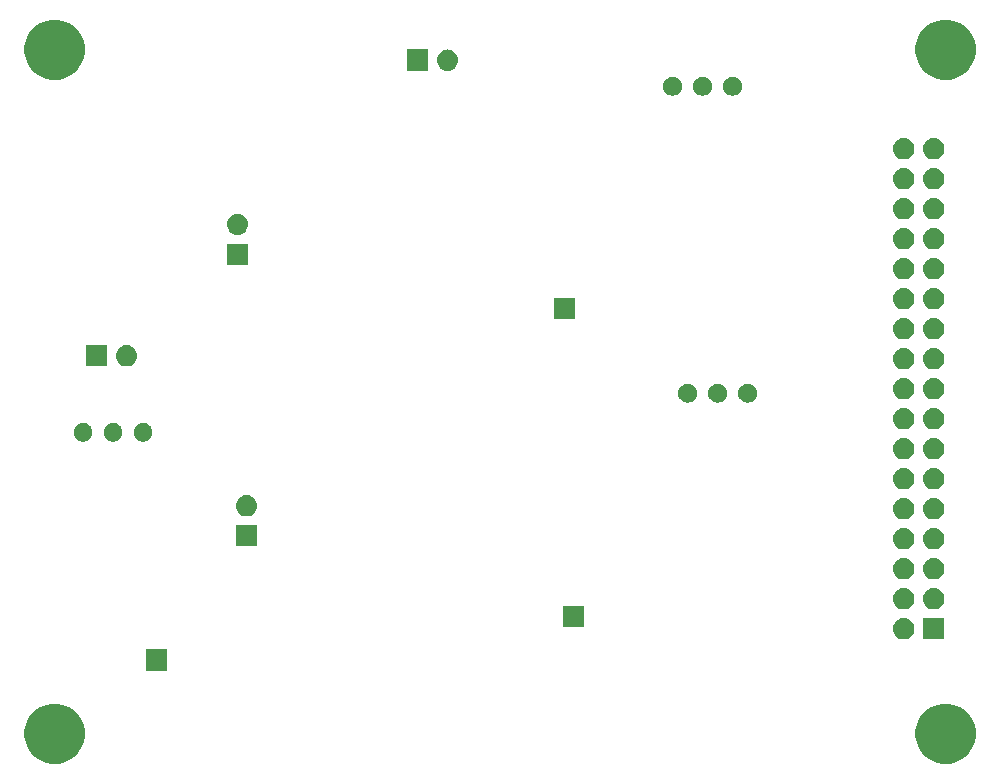
<source format=gbr>
G04 #@! TF.GenerationSoftware,KiCad,Pcbnew,5.1.4-e60b266~84~ubuntu18.04.1*
G04 #@! TF.CreationDate,2020-01-12T21:58:28+06:00*
G04 #@! TF.ProjectId,madEEGamp,6d616445-4547-4616-9d70-2e6b69636164,rev?*
G04 #@! TF.SameCoordinates,Original*
G04 #@! TF.FileFunction,Soldermask,Bot*
G04 #@! TF.FilePolarity,Negative*
%FSLAX46Y46*%
G04 Gerber Fmt 4.6, Leading zero omitted, Abs format (unit mm)*
G04 Created by KiCad (PCBNEW 5.1.4-e60b266~84~ubuntu18.04.1) date 2020-01-12 21:58:28*
%MOMM*%
%LPD*%
G04 APERTURE LIST*
%ADD10C,0.100000*%
G04 APERTURE END LIST*
D10*
G36*
X91168098Y-139025033D02*
G01*
X91632350Y-139217332D01*
X91632352Y-139217333D01*
X92050168Y-139496509D01*
X92405491Y-139851832D01*
X92684667Y-140269648D01*
X92684668Y-140269650D01*
X92876967Y-140733902D01*
X92975000Y-141226747D01*
X92975000Y-141729253D01*
X92876967Y-142222098D01*
X92684668Y-142686350D01*
X92684667Y-142686352D01*
X92405491Y-143104168D01*
X92050168Y-143459491D01*
X91632352Y-143738667D01*
X91632351Y-143738668D01*
X91632350Y-143738668D01*
X91168098Y-143930967D01*
X90675253Y-144029000D01*
X90172747Y-144029000D01*
X89679902Y-143930967D01*
X89215650Y-143738668D01*
X89215649Y-143738668D01*
X89215648Y-143738667D01*
X88797832Y-143459491D01*
X88442509Y-143104168D01*
X88163333Y-142686352D01*
X88163332Y-142686350D01*
X87971033Y-142222098D01*
X87873000Y-141729253D01*
X87873000Y-141226747D01*
X87971033Y-140733902D01*
X88163332Y-140269650D01*
X88163333Y-140269648D01*
X88442509Y-139851832D01*
X88797832Y-139496509D01*
X89215648Y-139217333D01*
X89215650Y-139217332D01*
X89679902Y-139025033D01*
X90172747Y-138927000D01*
X90675253Y-138927000D01*
X91168098Y-139025033D01*
X91168098Y-139025033D01*
G37*
G36*
X15730098Y-139025033D02*
G01*
X16194350Y-139217332D01*
X16194352Y-139217333D01*
X16612168Y-139496509D01*
X16967491Y-139851832D01*
X17246667Y-140269648D01*
X17246668Y-140269650D01*
X17438967Y-140733902D01*
X17537000Y-141226747D01*
X17537000Y-141729253D01*
X17438967Y-142222098D01*
X17246668Y-142686350D01*
X17246667Y-142686352D01*
X16967491Y-143104168D01*
X16612168Y-143459491D01*
X16194352Y-143738667D01*
X16194351Y-143738668D01*
X16194350Y-143738668D01*
X15730098Y-143930967D01*
X15237253Y-144029000D01*
X14734747Y-144029000D01*
X14241902Y-143930967D01*
X13777650Y-143738668D01*
X13777649Y-143738668D01*
X13777648Y-143738667D01*
X13359832Y-143459491D01*
X13004509Y-143104168D01*
X12725333Y-142686352D01*
X12725332Y-142686350D01*
X12533033Y-142222098D01*
X12435000Y-141729253D01*
X12435000Y-141226747D01*
X12533033Y-140733902D01*
X12725332Y-140269650D01*
X12725333Y-140269648D01*
X13004509Y-139851832D01*
X13359832Y-139496509D01*
X13777648Y-139217333D01*
X13777650Y-139217332D01*
X14241902Y-139025033D01*
X14734747Y-138927000D01*
X15237253Y-138927000D01*
X15730098Y-139025033D01*
X15730098Y-139025033D01*
G37*
G36*
X24523000Y-136156000D02*
G01*
X22721000Y-136156000D01*
X22721000Y-134354000D01*
X24523000Y-134354000D01*
X24523000Y-136156000D01*
X24523000Y-136156000D01*
G37*
G36*
X87047294Y-131686633D02*
G01*
X87219695Y-131738931D01*
X87378583Y-131823858D01*
X87517849Y-131938151D01*
X87632142Y-132077417D01*
X87717069Y-132236305D01*
X87769367Y-132408706D01*
X87787025Y-132588000D01*
X87769367Y-132767294D01*
X87717069Y-132939695D01*
X87632142Y-133098583D01*
X87517849Y-133237849D01*
X87378583Y-133352142D01*
X87219695Y-133437069D01*
X87047294Y-133489367D01*
X86912931Y-133502600D01*
X86823069Y-133502600D01*
X86688706Y-133489367D01*
X86516305Y-133437069D01*
X86357417Y-133352142D01*
X86218151Y-133237849D01*
X86103858Y-133098583D01*
X86018931Y-132939695D01*
X85966633Y-132767294D01*
X85948975Y-132588000D01*
X85966633Y-132408706D01*
X86018931Y-132236305D01*
X86103858Y-132077417D01*
X86218151Y-131938151D01*
X86357417Y-131823858D01*
X86516305Y-131738931D01*
X86688706Y-131686633D01*
X86823069Y-131673400D01*
X86912931Y-131673400D01*
X87047294Y-131686633D01*
X87047294Y-131686633D01*
G37*
G36*
X90322600Y-133502600D02*
G01*
X88493400Y-133502600D01*
X88493400Y-131673400D01*
X90322600Y-131673400D01*
X90322600Y-133502600D01*
X90322600Y-133502600D01*
G37*
G36*
X59829000Y-132473000D02*
G01*
X58027000Y-132473000D01*
X58027000Y-130671000D01*
X59829000Y-130671000D01*
X59829000Y-132473000D01*
X59829000Y-132473000D01*
G37*
G36*
X87047294Y-129146633D02*
G01*
X87219695Y-129198931D01*
X87378583Y-129283858D01*
X87517849Y-129398151D01*
X87632142Y-129537417D01*
X87717069Y-129696305D01*
X87769367Y-129868706D01*
X87787025Y-130048000D01*
X87769367Y-130227294D01*
X87717069Y-130399695D01*
X87632142Y-130558583D01*
X87517849Y-130697849D01*
X87378583Y-130812142D01*
X87219695Y-130897069D01*
X87047294Y-130949367D01*
X86912931Y-130962600D01*
X86823069Y-130962600D01*
X86688706Y-130949367D01*
X86516305Y-130897069D01*
X86357417Y-130812142D01*
X86218151Y-130697849D01*
X86103858Y-130558583D01*
X86018931Y-130399695D01*
X85966633Y-130227294D01*
X85948975Y-130048000D01*
X85966633Y-129868706D01*
X86018931Y-129696305D01*
X86103858Y-129537417D01*
X86218151Y-129398151D01*
X86357417Y-129283858D01*
X86516305Y-129198931D01*
X86688706Y-129146633D01*
X86823069Y-129133400D01*
X86912931Y-129133400D01*
X87047294Y-129146633D01*
X87047294Y-129146633D01*
G37*
G36*
X89587294Y-129146633D02*
G01*
X89759695Y-129198931D01*
X89918583Y-129283858D01*
X90057849Y-129398151D01*
X90172142Y-129537417D01*
X90257069Y-129696305D01*
X90309367Y-129868706D01*
X90327025Y-130048000D01*
X90309367Y-130227294D01*
X90257069Y-130399695D01*
X90172142Y-130558583D01*
X90057849Y-130697849D01*
X89918583Y-130812142D01*
X89759695Y-130897069D01*
X89587294Y-130949367D01*
X89452931Y-130962600D01*
X89363069Y-130962600D01*
X89228706Y-130949367D01*
X89056305Y-130897069D01*
X88897417Y-130812142D01*
X88758151Y-130697849D01*
X88643858Y-130558583D01*
X88558931Y-130399695D01*
X88506633Y-130227294D01*
X88488975Y-130048000D01*
X88506633Y-129868706D01*
X88558931Y-129696305D01*
X88643858Y-129537417D01*
X88758151Y-129398151D01*
X88897417Y-129283858D01*
X89056305Y-129198931D01*
X89228706Y-129146633D01*
X89363069Y-129133400D01*
X89452931Y-129133400D01*
X89587294Y-129146633D01*
X89587294Y-129146633D01*
G37*
G36*
X87047294Y-126606633D02*
G01*
X87219695Y-126658931D01*
X87378583Y-126743858D01*
X87517849Y-126858151D01*
X87632142Y-126997417D01*
X87717069Y-127156305D01*
X87769367Y-127328706D01*
X87787025Y-127508000D01*
X87769367Y-127687294D01*
X87717069Y-127859695D01*
X87632142Y-128018583D01*
X87517849Y-128157849D01*
X87378583Y-128272142D01*
X87219695Y-128357069D01*
X87047294Y-128409367D01*
X86912931Y-128422600D01*
X86823069Y-128422600D01*
X86688706Y-128409367D01*
X86516305Y-128357069D01*
X86357417Y-128272142D01*
X86218151Y-128157849D01*
X86103858Y-128018583D01*
X86018931Y-127859695D01*
X85966633Y-127687294D01*
X85948975Y-127508000D01*
X85966633Y-127328706D01*
X86018931Y-127156305D01*
X86103858Y-126997417D01*
X86218151Y-126858151D01*
X86357417Y-126743858D01*
X86516305Y-126658931D01*
X86688706Y-126606633D01*
X86823069Y-126593400D01*
X86912931Y-126593400D01*
X87047294Y-126606633D01*
X87047294Y-126606633D01*
G37*
G36*
X89587294Y-126606633D02*
G01*
X89759695Y-126658931D01*
X89918583Y-126743858D01*
X90057849Y-126858151D01*
X90172142Y-126997417D01*
X90257069Y-127156305D01*
X90309367Y-127328706D01*
X90327025Y-127508000D01*
X90309367Y-127687294D01*
X90257069Y-127859695D01*
X90172142Y-128018583D01*
X90057849Y-128157849D01*
X89918583Y-128272142D01*
X89759695Y-128357069D01*
X89587294Y-128409367D01*
X89452931Y-128422600D01*
X89363069Y-128422600D01*
X89228706Y-128409367D01*
X89056305Y-128357069D01*
X88897417Y-128272142D01*
X88758151Y-128157849D01*
X88643858Y-128018583D01*
X88558931Y-127859695D01*
X88506633Y-127687294D01*
X88488975Y-127508000D01*
X88506633Y-127328706D01*
X88558931Y-127156305D01*
X88643858Y-126997417D01*
X88758151Y-126858151D01*
X88897417Y-126743858D01*
X89056305Y-126658931D01*
X89228706Y-126606633D01*
X89363069Y-126593400D01*
X89452931Y-126593400D01*
X89587294Y-126606633D01*
X89587294Y-126606633D01*
G37*
G36*
X87047294Y-124066633D02*
G01*
X87219695Y-124118931D01*
X87378583Y-124203858D01*
X87517849Y-124318151D01*
X87632142Y-124457417D01*
X87717069Y-124616305D01*
X87769367Y-124788706D01*
X87787025Y-124968000D01*
X87769367Y-125147294D01*
X87717069Y-125319695D01*
X87632142Y-125478583D01*
X87517849Y-125617849D01*
X87378583Y-125732142D01*
X87219695Y-125817069D01*
X87047294Y-125869367D01*
X86912931Y-125882600D01*
X86823069Y-125882600D01*
X86688706Y-125869367D01*
X86516305Y-125817069D01*
X86357417Y-125732142D01*
X86218151Y-125617849D01*
X86103858Y-125478583D01*
X86018931Y-125319695D01*
X85966633Y-125147294D01*
X85948975Y-124968000D01*
X85966633Y-124788706D01*
X86018931Y-124616305D01*
X86103858Y-124457417D01*
X86218151Y-124318151D01*
X86357417Y-124203858D01*
X86516305Y-124118931D01*
X86688706Y-124066633D01*
X86823069Y-124053400D01*
X86912931Y-124053400D01*
X87047294Y-124066633D01*
X87047294Y-124066633D01*
G37*
G36*
X89587294Y-124066633D02*
G01*
X89759695Y-124118931D01*
X89918583Y-124203858D01*
X90057849Y-124318151D01*
X90172142Y-124457417D01*
X90257069Y-124616305D01*
X90309367Y-124788706D01*
X90327025Y-124968000D01*
X90309367Y-125147294D01*
X90257069Y-125319695D01*
X90172142Y-125478583D01*
X90057849Y-125617849D01*
X89918583Y-125732142D01*
X89759695Y-125817069D01*
X89587294Y-125869367D01*
X89452931Y-125882600D01*
X89363069Y-125882600D01*
X89228706Y-125869367D01*
X89056305Y-125817069D01*
X88897417Y-125732142D01*
X88758151Y-125617849D01*
X88643858Y-125478583D01*
X88558931Y-125319695D01*
X88506633Y-125147294D01*
X88488975Y-124968000D01*
X88506633Y-124788706D01*
X88558931Y-124616305D01*
X88643858Y-124457417D01*
X88758151Y-124318151D01*
X88897417Y-124203858D01*
X89056305Y-124118931D01*
X89228706Y-124066633D01*
X89363069Y-124053400D01*
X89452931Y-124053400D01*
X89587294Y-124066633D01*
X89587294Y-124066633D01*
G37*
G36*
X32143000Y-125615000D02*
G01*
X30341000Y-125615000D01*
X30341000Y-123813000D01*
X32143000Y-123813000D01*
X32143000Y-125615000D01*
X32143000Y-125615000D01*
G37*
G36*
X87047294Y-121526633D02*
G01*
X87219695Y-121578931D01*
X87378583Y-121663858D01*
X87517849Y-121778151D01*
X87632142Y-121917417D01*
X87717069Y-122076305D01*
X87769367Y-122248706D01*
X87787025Y-122428000D01*
X87769367Y-122607294D01*
X87717069Y-122779695D01*
X87632142Y-122938583D01*
X87517849Y-123077849D01*
X87378583Y-123192142D01*
X87219695Y-123277069D01*
X87047294Y-123329367D01*
X86912931Y-123342600D01*
X86823069Y-123342600D01*
X86688706Y-123329367D01*
X86516305Y-123277069D01*
X86357417Y-123192142D01*
X86218151Y-123077849D01*
X86103858Y-122938583D01*
X86018931Y-122779695D01*
X85966633Y-122607294D01*
X85948975Y-122428000D01*
X85966633Y-122248706D01*
X86018931Y-122076305D01*
X86103858Y-121917417D01*
X86218151Y-121778151D01*
X86357417Y-121663858D01*
X86516305Y-121578931D01*
X86688706Y-121526633D01*
X86823069Y-121513400D01*
X86912931Y-121513400D01*
X87047294Y-121526633D01*
X87047294Y-121526633D01*
G37*
G36*
X89587294Y-121526633D02*
G01*
X89759695Y-121578931D01*
X89918583Y-121663858D01*
X90057849Y-121778151D01*
X90172142Y-121917417D01*
X90257069Y-122076305D01*
X90309367Y-122248706D01*
X90327025Y-122428000D01*
X90309367Y-122607294D01*
X90257069Y-122779695D01*
X90172142Y-122938583D01*
X90057849Y-123077849D01*
X89918583Y-123192142D01*
X89759695Y-123277069D01*
X89587294Y-123329367D01*
X89452931Y-123342600D01*
X89363069Y-123342600D01*
X89228706Y-123329367D01*
X89056305Y-123277069D01*
X88897417Y-123192142D01*
X88758151Y-123077849D01*
X88643858Y-122938583D01*
X88558931Y-122779695D01*
X88506633Y-122607294D01*
X88488975Y-122428000D01*
X88506633Y-122248706D01*
X88558931Y-122076305D01*
X88643858Y-121917417D01*
X88758151Y-121778151D01*
X88897417Y-121663858D01*
X89056305Y-121578931D01*
X89228706Y-121526633D01*
X89363069Y-121513400D01*
X89452931Y-121513400D01*
X89587294Y-121526633D01*
X89587294Y-121526633D01*
G37*
G36*
X31352442Y-121279518D02*
G01*
X31418627Y-121286037D01*
X31588466Y-121337557D01*
X31744991Y-121421222D01*
X31780729Y-121450552D01*
X31882186Y-121533814D01*
X31965448Y-121635271D01*
X31994778Y-121671009D01*
X32078443Y-121827534D01*
X32129963Y-121997373D01*
X32147359Y-122174000D01*
X32129963Y-122350627D01*
X32078443Y-122520466D01*
X31994778Y-122676991D01*
X31965448Y-122712729D01*
X31882186Y-122814186D01*
X31780729Y-122897448D01*
X31744991Y-122926778D01*
X31588466Y-123010443D01*
X31418627Y-123061963D01*
X31352442Y-123068482D01*
X31286260Y-123075000D01*
X31197740Y-123075000D01*
X31131558Y-123068482D01*
X31065373Y-123061963D01*
X30895534Y-123010443D01*
X30739009Y-122926778D01*
X30703271Y-122897448D01*
X30601814Y-122814186D01*
X30518552Y-122712729D01*
X30489222Y-122676991D01*
X30405557Y-122520466D01*
X30354037Y-122350627D01*
X30336641Y-122174000D01*
X30354037Y-121997373D01*
X30405557Y-121827534D01*
X30489222Y-121671009D01*
X30518552Y-121635271D01*
X30601814Y-121533814D01*
X30703271Y-121450552D01*
X30739009Y-121421222D01*
X30895534Y-121337557D01*
X31065373Y-121286037D01*
X31131558Y-121279518D01*
X31197740Y-121273000D01*
X31286260Y-121273000D01*
X31352442Y-121279518D01*
X31352442Y-121279518D01*
G37*
G36*
X89587294Y-118986633D02*
G01*
X89759695Y-119038931D01*
X89918583Y-119123858D01*
X90057849Y-119238151D01*
X90172142Y-119377417D01*
X90257069Y-119536305D01*
X90309367Y-119708706D01*
X90327025Y-119888000D01*
X90309367Y-120067294D01*
X90257069Y-120239695D01*
X90172142Y-120398583D01*
X90057849Y-120537849D01*
X89918583Y-120652142D01*
X89759695Y-120737069D01*
X89587294Y-120789367D01*
X89452931Y-120802600D01*
X89363069Y-120802600D01*
X89228706Y-120789367D01*
X89056305Y-120737069D01*
X88897417Y-120652142D01*
X88758151Y-120537849D01*
X88643858Y-120398583D01*
X88558931Y-120239695D01*
X88506633Y-120067294D01*
X88488975Y-119888000D01*
X88506633Y-119708706D01*
X88558931Y-119536305D01*
X88643858Y-119377417D01*
X88758151Y-119238151D01*
X88897417Y-119123858D01*
X89056305Y-119038931D01*
X89228706Y-118986633D01*
X89363069Y-118973400D01*
X89452931Y-118973400D01*
X89587294Y-118986633D01*
X89587294Y-118986633D01*
G37*
G36*
X87047294Y-118986633D02*
G01*
X87219695Y-119038931D01*
X87378583Y-119123858D01*
X87517849Y-119238151D01*
X87632142Y-119377417D01*
X87717069Y-119536305D01*
X87769367Y-119708706D01*
X87787025Y-119888000D01*
X87769367Y-120067294D01*
X87717069Y-120239695D01*
X87632142Y-120398583D01*
X87517849Y-120537849D01*
X87378583Y-120652142D01*
X87219695Y-120737069D01*
X87047294Y-120789367D01*
X86912931Y-120802600D01*
X86823069Y-120802600D01*
X86688706Y-120789367D01*
X86516305Y-120737069D01*
X86357417Y-120652142D01*
X86218151Y-120537849D01*
X86103858Y-120398583D01*
X86018931Y-120239695D01*
X85966633Y-120067294D01*
X85948975Y-119888000D01*
X85966633Y-119708706D01*
X86018931Y-119536305D01*
X86103858Y-119377417D01*
X86218151Y-119238151D01*
X86357417Y-119123858D01*
X86516305Y-119038931D01*
X86688706Y-118986633D01*
X86823069Y-118973400D01*
X86912931Y-118973400D01*
X87047294Y-118986633D01*
X87047294Y-118986633D01*
G37*
G36*
X89587294Y-116446633D02*
G01*
X89759695Y-116498931D01*
X89918583Y-116583858D01*
X90057849Y-116698151D01*
X90172142Y-116837417D01*
X90257069Y-116996305D01*
X90309367Y-117168706D01*
X90327025Y-117348000D01*
X90309367Y-117527294D01*
X90257069Y-117699695D01*
X90172142Y-117858583D01*
X90057849Y-117997849D01*
X89918583Y-118112142D01*
X89759695Y-118197069D01*
X89587294Y-118249367D01*
X89452931Y-118262600D01*
X89363069Y-118262600D01*
X89228706Y-118249367D01*
X89056305Y-118197069D01*
X88897417Y-118112142D01*
X88758151Y-117997849D01*
X88643858Y-117858583D01*
X88558931Y-117699695D01*
X88506633Y-117527294D01*
X88488975Y-117348000D01*
X88506633Y-117168706D01*
X88558931Y-116996305D01*
X88643858Y-116837417D01*
X88758151Y-116698151D01*
X88897417Y-116583858D01*
X89056305Y-116498931D01*
X89228706Y-116446633D01*
X89363069Y-116433400D01*
X89452931Y-116433400D01*
X89587294Y-116446633D01*
X89587294Y-116446633D01*
G37*
G36*
X87047294Y-116446633D02*
G01*
X87219695Y-116498931D01*
X87378583Y-116583858D01*
X87517849Y-116698151D01*
X87632142Y-116837417D01*
X87717069Y-116996305D01*
X87769367Y-117168706D01*
X87787025Y-117348000D01*
X87769367Y-117527294D01*
X87717069Y-117699695D01*
X87632142Y-117858583D01*
X87517849Y-117997849D01*
X87378583Y-118112142D01*
X87219695Y-118197069D01*
X87047294Y-118249367D01*
X86912931Y-118262600D01*
X86823069Y-118262600D01*
X86688706Y-118249367D01*
X86516305Y-118197069D01*
X86357417Y-118112142D01*
X86218151Y-117997849D01*
X86103858Y-117858583D01*
X86018931Y-117699695D01*
X85966633Y-117527294D01*
X85948975Y-117348000D01*
X85966633Y-117168706D01*
X86018931Y-116996305D01*
X86103858Y-116837417D01*
X86218151Y-116698151D01*
X86357417Y-116583858D01*
X86516305Y-116498931D01*
X86688706Y-116446633D01*
X86823069Y-116433400D01*
X86912931Y-116433400D01*
X87047294Y-116446633D01*
X87047294Y-116446633D01*
G37*
G36*
X22712642Y-115180781D02*
G01*
X22858414Y-115241162D01*
X22858416Y-115241163D01*
X22989608Y-115328822D01*
X23101178Y-115440392D01*
X23112842Y-115457849D01*
X23188838Y-115571586D01*
X23249219Y-115717358D01*
X23280000Y-115872107D01*
X23280000Y-116029893D01*
X23249219Y-116184642D01*
X23188838Y-116330414D01*
X23188837Y-116330416D01*
X23101178Y-116461608D01*
X22989608Y-116573178D01*
X22858416Y-116660837D01*
X22858415Y-116660838D01*
X22858414Y-116660838D01*
X22712642Y-116721219D01*
X22557893Y-116752000D01*
X22400107Y-116752000D01*
X22245358Y-116721219D01*
X22099586Y-116660838D01*
X22099585Y-116660838D01*
X22099584Y-116660837D01*
X21968392Y-116573178D01*
X21856822Y-116461608D01*
X21769163Y-116330416D01*
X21769162Y-116330414D01*
X21708781Y-116184642D01*
X21678000Y-116029893D01*
X21678000Y-115872107D01*
X21708781Y-115717358D01*
X21769162Y-115571586D01*
X21845158Y-115457849D01*
X21856822Y-115440392D01*
X21968392Y-115328822D01*
X22099584Y-115241163D01*
X22099586Y-115241162D01*
X22245358Y-115180781D01*
X22400107Y-115150000D01*
X22557893Y-115150000D01*
X22712642Y-115180781D01*
X22712642Y-115180781D01*
G37*
G36*
X20172642Y-115180781D02*
G01*
X20318414Y-115241162D01*
X20318416Y-115241163D01*
X20449608Y-115328822D01*
X20561178Y-115440392D01*
X20572842Y-115457849D01*
X20648838Y-115571586D01*
X20709219Y-115717358D01*
X20740000Y-115872107D01*
X20740000Y-116029893D01*
X20709219Y-116184642D01*
X20648838Y-116330414D01*
X20648837Y-116330416D01*
X20561178Y-116461608D01*
X20449608Y-116573178D01*
X20318416Y-116660837D01*
X20318415Y-116660838D01*
X20318414Y-116660838D01*
X20172642Y-116721219D01*
X20017893Y-116752000D01*
X19860107Y-116752000D01*
X19705358Y-116721219D01*
X19559586Y-116660838D01*
X19559585Y-116660838D01*
X19559584Y-116660837D01*
X19428392Y-116573178D01*
X19316822Y-116461608D01*
X19229163Y-116330416D01*
X19229162Y-116330414D01*
X19168781Y-116184642D01*
X19138000Y-116029893D01*
X19138000Y-115872107D01*
X19168781Y-115717358D01*
X19229162Y-115571586D01*
X19305158Y-115457849D01*
X19316822Y-115440392D01*
X19428392Y-115328822D01*
X19559584Y-115241163D01*
X19559586Y-115241162D01*
X19705358Y-115180781D01*
X19860107Y-115150000D01*
X20017893Y-115150000D01*
X20172642Y-115180781D01*
X20172642Y-115180781D01*
G37*
G36*
X17632642Y-115180781D02*
G01*
X17778414Y-115241162D01*
X17778416Y-115241163D01*
X17909608Y-115328822D01*
X18021178Y-115440392D01*
X18032842Y-115457849D01*
X18108838Y-115571586D01*
X18169219Y-115717358D01*
X18200000Y-115872107D01*
X18200000Y-116029893D01*
X18169219Y-116184642D01*
X18108838Y-116330414D01*
X18108837Y-116330416D01*
X18021178Y-116461608D01*
X17909608Y-116573178D01*
X17778416Y-116660837D01*
X17778415Y-116660838D01*
X17778414Y-116660838D01*
X17632642Y-116721219D01*
X17477893Y-116752000D01*
X17320107Y-116752000D01*
X17165358Y-116721219D01*
X17019586Y-116660838D01*
X17019585Y-116660838D01*
X17019584Y-116660837D01*
X16888392Y-116573178D01*
X16776822Y-116461608D01*
X16689163Y-116330416D01*
X16689162Y-116330414D01*
X16628781Y-116184642D01*
X16598000Y-116029893D01*
X16598000Y-115872107D01*
X16628781Y-115717358D01*
X16689162Y-115571586D01*
X16765158Y-115457849D01*
X16776822Y-115440392D01*
X16888392Y-115328822D01*
X17019584Y-115241163D01*
X17019586Y-115241162D01*
X17165358Y-115180781D01*
X17320107Y-115150000D01*
X17477893Y-115150000D01*
X17632642Y-115180781D01*
X17632642Y-115180781D01*
G37*
G36*
X89587294Y-113906633D02*
G01*
X89759695Y-113958931D01*
X89918583Y-114043858D01*
X90057849Y-114158151D01*
X90172142Y-114297417D01*
X90257069Y-114456305D01*
X90309367Y-114628706D01*
X90327025Y-114808000D01*
X90309367Y-114987294D01*
X90257069Y-115159695D01*
X90172142Y-115318583D01*
X90057849Y-115457849D01*
X89918583Y-115572142D01*
X89759695Y-115657069D01*
X89587294Y-115709367D01*
X89452931Y-115722600D01*
X89363069Y-115722600D01*
X89228706Y-115709367D01*
X89056305Y-115657069D01*
X88897417Y-115572142D01*
X88758151Y-115457849D01*
X88643858Y-115318583D01*
X88558931Y-115159695D01*
X88506633Y-114987294D01*
X88488975Y-114808000D01*
X88506633Y-114628706D01*
X88558931Y-114456305D01*
X88643858Y-114297417D01*
X88758151Y-114158151D01*
X88897417Y-114043858D01*
X89056305Y-113958931D01*
X89228706Y-113906633D01*
X89363069Y-113893400D01*
X89452931Y-113893400D01*
X89587294Y-113906633D01*
X89587294Y-113906633D01*
G37*
G36*
X87047294Y-113906633D02*
G01*
X87219695Y-113958931D01*
X87378583Y-114043858D01*
X87517849Y-114158151D01*
X87632142Y-114297417D01*
X87717069Y-114456305D01*
X87769367Y-114628706D01*
X87787025Y-114808000D01*
X87769367Y-114987294D01*
X87717069Y-115159695D01*
X87632142Y-115318583D01*
X87517849Y-115457849D01*
X87378583Y-115572142D01*
X87219695Y-115657069D01*
X87047294Y-115709367D01*
X86912931Y-115722600D01*
X86823069Y-115722600D01*
X86688706Y-115709367D01*
X86516305Y-115657069D01*
X86357417Y-115572142D01*
X86218151Y-115457849D01*
X86103858Y-115318583D01*
X86018931Y-115159695D01*
X85966633Y-114987294D01*
X85948975Y-114808000D01*
X85966633Y-114628706D01*
X86018931Y-114456305D01*
X86103858Y-114297417D01*
X86218151Y-114158151D01*
X86357417Y-114043858D01*
X86516305Y-113958931D01*
X86688706Y-113906633D01*
X86823069Y-113893400D01*
X86912931Y-113893400D01*
X87047294Y-113906633D01*
X87047294Y-113906633D01*
G37*
G36*
X73893642Y-111878781D02*
G01*
X74039414Y-111939162D01*
X74039416Y-111939163D01*
X74170608Y-112026822D01*
X74282178Y-112138392D01*
X74369837Y-112269584D01*
X74369838Y-112269586D01*
X74430219Y-112415358D01*
X74461000Y-112570107D01*
X74461000Y-112727893D01*
X74430219Y-112882642D01*
X74369838Y-113028414D01*
X74369837Y-113028416D01*
X74282178Y-113159608D01*
X74170608Y-113271178D01*
X74039416Y-113358837D01*
X74039415Y-113358838D01*
X74039414Y-113358838D01*
X73893642Y-113419219D01*
X73738893Y-113450000D01*
X73581107Y-113450000D01*
X73426358Y-113419219D01*
X73280586Y-113358838D01*
X73280585Y-113358838D01*
X73280584Y-113358837D01*
X73149392Y-113271178D01*
X73037822Y-113159608D01*
X72950163Y-113028416D01*
X72950162Y-113028414D01*
X72889781Y-112882642D01*
X72859000Y-112727893D01*
X72859000Y-112570107D01*
X72889781Y-112415358D01*
X72950162Y-112269586D01*
X72950163Y-112269584D01*
X73037822Y-112138392D01*
X73149392Y-112026822D01*
X73280584Y-111939163D01*
X73280586Y-111939162D01*
X73426358Y-111878781D01*
X73581107Y-111848000D01*
X73738893Y-111848000D01*
X73893642Y-111878781D01*
X73893642Y-111878781D01*
G37*
G36*
X71353642Y-111878781D02*
G01*
X71499414Y-111939162D01*
X71499416Y-111939163D01*
X71630608Y-112026822D01*
X71742178Y-112138392D01*
X71829837Y-112269584D01*
X71829838Y-112269586D01*
X71890219Y-112415358D01*
X71921000Y-112570107D01*
X71921000Y-112727893D01*
X71890219Y-112882642D01*
X71829838Y-113028414D01*
X71829837Y-113028416D01*
X71742178Y-113159608D01*
X71630608Y-113271178D01*
X71499416Y-113358837D01*
X71499415Y-113358838D01*
X71499414Y-113358838D01*
X71353642Y-113419219D01*
X71198893Y-113450000D01*
X71041107Y-113450000D01*
X70886358Y-113419219D01*
X70740586Y-113358838D01*
X70740585Y-113358838D01*
X70740584Y-113358837D01*
X70609392Y-113271178D01*
X70497822Y-113159608D01*
X70410163Y-113028416D01*
X70410162Y-113028414D01*
X70349781Y-112882642D01*
X70319000Y-112727893D01*
X70319000Y-112570107D01*
X70349781Y-112415358D01*
X70410162Y-112269586D01*
X70410163Y-112269584D01*
X70497822Y-112138392D01*
X70609392Y-112026822D01*
X70740584Y-111939163D01*
X70740586Y-111939162D01*
X70886358Y-111878781D01*
X71041107Y-111848000D01*
X71198893Y-111848000D01*
X71353642Y-111878781D01*
X71353642Y-111878781D01*
G37*
G36*
X68813642Y-111878781D02*
G01*
X68959414Y-111939162D01*
X68959416Y-111939163D01*
X69090608Y-112026822D01*
X69202178Y-112138392D01*
X69289837Y-112269584D01*
X69289838Y-112269586D01*
X69350219Y-112415358D01*
X69381000Y-112570107D01*
X69381000Y-112727893D01*
X69350219Y-112882642D01*
X69289838Y-113028414D01*
X69289837Y-113028416D01*
X69202178Y-113159608D01*
X69090608Y-113271178D01*
X68959416Y-113358837D01*
X68959415Y-113358838D01*
X68959414Y-113358838D01*
X68813642Y-113419219D01*
X68658893Y-113450000D01*
X68501107Y-113450000D01*
X68346358Y-113419219D01*
X68200586Y-113358838D01*
X68200585Y-113358838D01*
X68200584Y-113358837D01*
X68069392Y-113271178D01*
X67957822Y-113159608D01*
X67870163Y-113028416D01*
X67870162Y-113028414D01*
X67809781Y-112882642D01*
X67779000Y-112727893D01*
X67779000Y-112570107D01*
X67809781Y-112415358D01*
X67870162Y-112269586D01*
X67870163Y-112269584D01*
X67957822Y-112138392D01*
X68069392Y-112026822D01*
X68200584Y-111939163D01*
X68200586Y-111939162D01*
X68346358Y-111878781D01*
X68501107Y-111848000D01*
X68658893Y-111848000D01*
X68813642Y-111878781D01*
X68813642Y-111878781D01*
G37*
G36*
X87047294Y-111366633D02*
G01*
X87219695Y-111418931D01*
X87378583Y-111503858D01*
X87517849Y-111618151D01*
X87632142Y-111757417D01*
X87717069Y-111916305D01*
X87769367Y-112088706D01*
X87787025Y-112268000D01*
X87769367Y-112447294D01*
X87717069Y-112619695D01*
X87632142Y-112778583D01*
X87517849Y-112917849D01*
X87378583Y-113032142D01*
X87219695Y-113117069D01*
X87047294Y-113169367D01*
X86912931Y-113182600D01*
X86823069Y-113182600D01*
X86688706Y-113169367D01*
X86516305Y-113117069D01*
X86357417Y-113032142D01*
X86218151Y-112917849D01*
X86103858Y-112778583D01*
X86018931Y-112619695D01*
X85966633Y-112447294D01*
X85948975Y-112268000D01*
X85966633Y-112088706D01*
X86018931Y-111916305D01*
X86103858Y-111757417D01*
X86218151Y-111618151D01*
X86357417Y-111503858D01*
X86516305Y-111418931D01*
X86688706Y-111366633D01*
X86823069Y-111353400D01*
X86912931Y-111353400D01*
X87047294Y-111366633D01*
X87047294Y-111366633D01*
G37*
G36*
X89587294Y-111366633D02*
G01*
X89759695Y-111418931D01*
X89918583Y-111503858D01*
X90057849Y-111618151D01*
X90172142Y-111757417D01*
X90257069Y-111916305D01*
X90309367Y-112088706D01*
X90327025Y-112268000D01*
X90309367Y-112447294D01*
X90257069Y-112619695D01*
X90172142Y-112778583D01*
X90057849Y-112917849D01*
X89918583Y-113032142D01*
X89759695Y-113117069D01*
X89587294Y-113169367D01*
X89452931Y-113182600D01*
X89363069Y-113182600D01*
X89228706Y-113169367D01*
X89056305Y-113117069D01*
X88897417Y-113032142D01*
X88758151Y-112917849D01*
X88643858Y-112778583D01*
X88558931Y-112619695D01*
X88506633Y-112447294D01*
X88488975Y-112268000D01*
X88506633Y-112088706D01*
X88558931Y-111916305D01*
X88643858Y-111757417D01*
X88758151Y-111618151D01*
X88897417Y-111503858D01*
X89056305Y-111418931D01*
X89228706Y-111366633D01*
X89363069Y-111353400D01*
X89452931Y-111353400D01*
X89587294Y-111366633D01*
X89587294Y-111366633D01*
G37*
G36*
X87047294Y-108826633D02*
G01*
X87219695Y-108878931D01*
X87378583Y-108963858D01*
X87517849Y-109078151D01*
X87632142Y-109217417D01*
X87717069Y-109376305D01*
X87769367Y-109548706D01*
X87787025Y-109728000D01*
X87769367Y-109907294D01*
X87717069Y-110079695D01*
X87632142Y-110238583D01*
X87517849Y-110377849D01*
X87378583Y-110492142D01*
X87219695Y-110577069D01*
X87047294Y-110629367D01*
X86912931Y-110642600D01*
X86823069Y-110642600D01*
X86688706Y-110629367D01*
X86516305Y-110577069D01*
X86357417Y-110492142D01*
X86218151Y-110377849D01*
X86103858Y-110238583D01*
X86018931Y-110079695D01*
X85966633Y-109907294D01*
X85948975Y-109728000D01*
X85966633Y-109548706D01*
X86018931Y-109376305D01*
X86103858Y-109217417D01*
X86218151Y-109078151D01*
X86357417Y-108963858D01*
X86516305Y-108878931D01*
X86688706Y-108826633D01*
X86823069Y-108813400D01*
X86912931Y-108813400D01*
X87047294Y-108826633D01*
X87047294Y-108826633D01*
G37*
G36*
X89587294Y-108826633D02*
G01*
X89759695Y-108878931D01*
X89918583Y-108963858D01*
X90057849Y-109078151D01*
X90172142Y-109217417D01*
X90257069Y-109376305D01*
X90309367Y-109548706D01*
X90327025Y-109728000D01*
X90309367Y-109907294D01*
X90257069Y-110079695D01*
X90172142Y-110238583D01*
X90057849Y-110377849D01*
X89918583Y-110492142D01*
X89759695Y-110577069D01*
X89587294Y-110629367D01*
X89452931Y-110642600D01*
X89363069Y-110642600D01*
X89228706Y-110629367D01*
X89056305Y-110577069D01*
X88897417Y-110492142D01*
X88758151Y-110377849D01*
X88643858Y-110238583D01*
X88558931Y-110079695D01*
X88506633Y-109907294D01*
X88488975Y-109728000D01*
X88506633Y-109548706D01*
X88558931Y-109376305D01*
X88643858Y-109217417D01*
X88758151Y-109078151D01*
X88897417Y-108963858D01*
X89056305Y-108878931D01*
X89228706Y-108826633D01*
X89363069Y-108813400D01*
X89452931Y-108813400D01*
X89587294Y-108826633D01*
X89587294Y-108826633D01*
G37*
G36*
X21192442Y-108579518D02*
G01*
X21258627Y-108586037D01*
X21428466Y-108637557D01*
X21584991Y-108721222D01*
X21620729Y-108750552D01*
X21722186Y-108833814D01*
X21805448Y-108935271D01*
X21834778Y-108971009D01*
X21918443Y-109127534D01*
X21969963Y-109297373D01*
X21987359Y-109474000D01*
X21969963Y-109650627D01*
X21918443Y-109820466D01*
X21834778Y-109976991D01*
X21805448Y-110012729D01*
X21722186Y-110114186D01*
X21620729Y-110197448D01*
X21584991Y-110226778D01*
X21428466Y-110310443D01*
X21258627Y-110361963D01*
X21192442Y-110368482D01*
X21126260Y-110375000D01*
X21037740Y-110375000D01*
X20971558Y-110368482D01*
X20905373Y-110361963D01*
X20735534Y-110310443D01*
X20579009Y-110226778D01*
X20543271Y-110197448D01*
X20441814Y-110114186D01*
X20358552Y-110012729D01*
X20329222Y-109976991D01*
X20245557Y-109820466D01*
X20194037Y-109650627D01*
X20176641Y-109474000D01*
X20194037Y-109297373D01*
X20245557Y-109127534D01*
X20329222Y-108971009D01*
X20358552Y-108935271D01*
X20441814Y-108833814D01*
X20543271Y-108750552D01*
X20579009Y-108721222D01*
X20735534Y-108637557D01*
X20905373Y-108586037D01*
X20971558Y-108579518D01*
X21037740Y-108573000D01*
X21126260Y-108573000D01*
X21192442Y-108579518D01*
X21192442Y-108579518D01*
G37*
G36*
X19443000Y-110375000D02*
G01*
X17641000Y-110375000D01*
X17641000Y-108573000D01*
X19443000Y-108573000D01*
X19443000Y-110375000D01*
X19443000Y-110375000D01*
G37*
G36*
X87047294Y-106286633D02*
G01*
X87219695Y-106338931D01*
X87378583Y-106423858D01*
X87517849Y-106538151D01*
X87632142Y-106677417D01*
X87717069Y-106836305D01*
X87769367Y-107008706D01*
X87787025Y-107188000D01*
X87769367Y-107367294D01*
X87717069Y-107539695D01*
X87632142Y-107698583D01*
X87517849Y-107837849D01*
X87378583Y-107952142D01*
X87219695Y-108037069D01*
X87047294Y-108089367D01*
X86912931Y-108102600D01*
X86823069Y-108102600D01*
X86688706Y-108089367D01*
X86516305Y-108037069D01*
X86357417Y-107952142D01*
X86218151Y-107837849D01*
X86103858Y-107698583D01*
X86018931Y-107539695D01*
X85966633Y-107367294D01*
X85948975Y-107188000D01*
X85966633Y-107008706D01*
X86018931Y-106836305D01*
X86103858Y-106677417D01*
X86218151Y-106538151D01*
X86357417Y-106423858D01*
X86516305Y-106338931D01*
X86688706Y-106286633D01*
X86823069Y-106273400D01*
X86912931Y-106273400D01*
X87047294Y-106286633D01*
X87047294Y-106286633D01*
G37*
G36*
X89587294Y-106286633D02*
G01*
X89759695Y-106338931D01*
X89918583Y-106423858D01*
X90057849Y-106538151D01*
X90172142Y-106677417D01*
X90257069Y-106836305D01*
X90309367Y-107008706D01*
X90327025Y-107188000D01*
X90309367Y-107367294D01*
X90257069Y-107539695D01*
X90172142Y-107698583D01*
X90057849Y-107837849D01*
X89918583Y-107952142D01*
X89759695Y-108037069D01*
X89587294Y-108089367D01*
X89452931Y-108102600D01*
X89363069Y-108102600D01*
X89228706Y-108089367D01*
X89056305Y-108037069D01*
X88897417Y-107952142D01*
X88758151Y-107837849D01*
X88643858Y-107698583D01*
X88558931Y-107539695D01*
X88506633Y-107367294D01*
X88488975Y-107188000D01*
X88506633Y-107008706D01*
X88558931Y-106836305D01*
X88643858Y-106677417D01*
X88758151Y-106538151D01*
X88897417Y-106423858D01*
X89056305Y-106338931D01*
X89228706Y-106286633D01*
X89363069Y-106273400D01*
X89452931Y-106273400D01*
X89587294Y-106286633D01*
X89587294Y-106286633D01*
G37*
G36*
X59067000Y-106374500D02*
G01*
X57265000Y-106374500D01*
X57265000Y-104572500D01*
X59067000Y-104572500D01*
X59067000Y-106374500D01*
X59067000Y-106374500D01*
G37*
G36*
X87047294Y-103746633D02*
G01*
X87219695Y-103798931D01*
X87378583Y-103883858D01*
X87517849Y-103998151D01*
X87632142Y-104137417D01*
X87717069Y-104296305D01*
X87769367Y-104468706D01*
X87787025Y-104648000D01*
X87769367Y-104827294D01*
X87717069Y-104999695D01*
X87632142Y-105158583D01*
X87517849Y-105297849D01*
X87378583Y-105412142D01*
X87219695Y-105497069D01*
X87047294Y-105549367D01*
X86912931Y-105562600D01*
X86823069Y-105562600D01*
X86688706Y-105549367D01*
X86516305Y-105497069D01*
X86357417Y-105412142D01*
X86218151Y-105297849D01*
X86103858Y-105158583D01*
X86018931Y-104999695D01*
X85966633Y-104827294D01*
X85948975Y-104648000D01*
X85966633Y-104468706D01*
X86018931Y-104296305D01*
X86103858Y-104137417D01*
X86218151Y-103998151D01*
X86357417Y-103883858D01*
X86516305Y-103798931D01*
X86688706Y-103746633D01*
X86823069Y-103733400D01*
X86912931Y-103733400D01*
X87047294Y-103746633D01*
X87047294Y-103746633D01*
G37*
G36*
X89587294Y-103746633D02*
G01*
X89759695Y-103798931D01*
X89918583Y-103883858D01*
X90057849Y-103998151D01*
X90172142Y-104137417D01*
X90257069Y-104296305D01*
X90309367Y-104468706D01*
X90327025Y-104648000D01*
X90309367Y-104827294D01*
X90257069Y-104999695D01*
X90172142Y-105158583D01*
X90057849Y-105297849D01*
X89918583Y-105412142D01*
X89759695Y-105497069D01*
X89587294Y-105549367D01*
X89452931Y-105562600D01*
X89363069Y-105562600D01*
X89228706Y-105549367D01*
X89056305Y-105497069D01*
X88897417Y-105412142D01*
X88758151Y-105297849D01*
X88643858Y-105158583D01*
X88558931Y-104999695D01*
X88506633Y-104827294D01*
X88488975Y-104648000D01*
X88506633Y-104468706D01*
X88558931Y-104296305D01*
X88643858Y-104137417D01*
X88758151Y-103998151D01*
X88897417Y-103883858D01*
X89056305Y-103798931D01*
X89228706Y-103746633D01*
X89363069Y-103733400D01*
X89452931Y-103733400D01*
X89587294Y-103746633D01*
X89587294Y-103746633D01*
G37*
G36*
X87047294Y-101206633D02*
G01*
X87219695Y-101258931D01*
X87378583Y-101343858D01*
X87517849Y-101458151D01*
X87632142Y-101597417D01*
X87717069Y-101756305D01*
X87769367Y-101928706D01*
X87787025Y-102108000D01*
X87769367Y-102287294D01*
X87717069Y-102459695D01*
X87632142Y-102618583D01*
X87517849Y-102757849D01*
X87378583Y-102872142D01*
X87219695Y-102957069D01*
X87047294Y-103009367D01*
X86912931Y-103022600D01*
X86823069Y-103022600D01*
X86688706Y-103009367D01*
X86516305Y-102957069D01*
X86357417Y-102872142D01*
X86218151Y-102757849D01*
X86103858Y-102618583D01*
X86018931Y-102459695D01*
X85966633Y-102287294D01*
X85948975Y-102108000D01*
X85966633Y-101928706D01*
X86018931Y-101756305D01*
X86103858Y-101597417D01*
X86218151Y-101458151D01*
X86357417Y-101343858D01*
X86516305Y-101258931D01*
X86688706Y-101206633D01*
X86823069Y-101193400D01*
X86912931Y-101193400D01*
X87047294Y-101206633D01*
X87047294Y-101206633D01*
G37*
G36*
X89587294Y-101206633D02*
G01*
X89759695Y-101258931D01*
X89918583Y-101343858D01*
X90057849Y-101458151D01*
X90172142Y-101597417D01*
X90257069Y-101756305D01*
X90309367Y-101928706D01*
X90327025Y-102108000D01*
X90309367Y-102287294D01*
X90257069Y-102459695D01*
X90172142Y-102618583D01*
X90057849Y-102757849D01*
X89918583Y-102872142D01*
X89759695Y-102957069D01*
X89587294Y-103009367D01*
X89452931Y-103022600D01*
X89363069Y-103022600D01*
X89228706Y-103009367D01*
X89056305Y-102957069D01*
X88897417Y-102872142D01*
X88758151Y-102757849D01*
X88643858Y-102618583D01*
X88558931Y-102459695D01*
X88506633Y-102287294D01*
X88488975Y-102108000D01*
X88506633Y-101928706D01*
X88558931Y-101756305D01*
X88643858Y-101597417D01*
X88758151Y-101458151D01*
X88897417Y-101343858D01*
X89056305Y-101258931D01*
X89228706Y-101206633D01*
X89363069Y-101193400D01*
X89452931Y-101193400D01*
X89587294Y-101206633D01*
X89587294Y-101206633D01*
G37*
G36*
X31381000Y-101802500D02*
G01*
X29579000Y-101802500D01*
X29579000Y-100000500D01*
X31381000Y-100000500D01*
X31381000Y-101802500D01*
X31381000Y-101802500D01*
G37*
G36*
X87047294Y-98666633D02*
G01*
X87219695Y-98718931D01*
X87378583Y-98803858D01*
X87517849Y-98918151D01*
X87632142Y-99057417D01*
X87717069Y-99216305D01*
X87769367Y-99388706D01*
X87787025Y-99568000D01*
X87769367Y-99747294D01*
X87717069Y-99919695D01*
X87632142Y-100078583D01*
X87517849Y-100217849D01*
X87378583Y-100332142D01*
X87219695Y-100417069D01*
X87047294Y-100469367D01*
X86912931Y-100482600D01*
X86823069Y-100482600D01*
X86688706Y-100469367D01*
X86516305Y-100417069D01*
X86357417Y-100332142D01*
X86218151Y-100217849D01*
X86103858Y-100078583D01*
X86018931Y-99919695D01*
X85966633Y-99747294D01*
X85948975Y-99568000D01*
X85966633Y-99388706D01*
X86018931Y-99216305D01*
X86103858Y-99057417D01*
X86218151Y-98918151D01*
X86357417Y-98803858D01*
X86516305Y-98718931D01*
X86688706Y-98666633D01*
X86823069Y-98653400D01*
X86912931Y-98653400D01*
X87047294Y-98666633D01*
X87047294Y-98666633D01*
G37*
G36*
X89587294Y-98666633D02*
G01*
X89759695Y-98718931D01*
X89918583Y-98803858D01*
X90057849Y-98918151D01*
X90172142Y-99057417D01*
X90257069Y-99216305D01*
X90309367Y-99388706D01*
X90327025Y-99568000D01*
X90309367Y-99747294D01*
X90257069Y-99919695D01*
X90172142Y-100078583D01*
X90057849Y-100217849D01*
X89918583Y-100332142D01*
X89759695Y-100417069D01*
X89587294Y-100469367D01*
X89452931Y-100482600D01*
X89363069Y-100482600D01*
X89228706Y-100469367D01*
X89056305Y-100417069D01*
X88897417Y-100332142D01*
X88758151Y-100217849D01*
X88643858Y-100078583D01*
X88558931Y-99919695D01*
X88506633Y-99747294D01*
X88488975Y-99568000D01*
X88506633Y-99388706D01*
X88558931Y-99216305D01*
X88643858Y-99057417D01*
X88758151Y-98918151D01*
X88897417Y-98803858D01*
X89056305Y-98718931D01*
X89228706Y-98666633D01*
X89363069Y-98653400D01*
X89452931Y-98653400D01*
X89587294Y-98666633D01*
X89587294Y-98666633D01*
G37*
G36*
X30590442Y-97467018D02*
G01*
X30656627Y-97473537D01*
X30826466Y-97525057D01*
X30982991Y-97608722D01*
X31018729Y-97638052D01*
X31120186Y-97721314D01*
X31178311Y-97792141D01*
X31232778Y-97858509D01*
X31316443Y-98015034D01*
X31367963Y-98184873D01*
X31385359Y-98361500D01*
X31367963Y-98538127D01*
X31316443Y-98707966D01*
X31232778Y-98864491D01*
X31203448Y-98900229D01*
X31120186Y-99001686D01*
X31018729Y-99084948D01*
X30982991Y-99114278D01*
X30826466Y-99197943D01*
X30656627Y-99249463D01*
X30590442Y-99255982D01*
X30524260Y-99262500D01*
X30435740Y-99262500D01*
X30369558Y-99255982D01*
X30303373Y-99249463D01*
X30133534Y-99197943D01*
X29977009Y-99114278D01*
X29941271Y-99084948D01*
X29839814Y-99001686D01*
X29756552Y-98900229D01*
X29727222Y-98864491D01*
X29643557Y-98707966D01*
X29592037Y-98538127D01*
X29574641Y-98361500D01*
X29592037Y-98184873D01*
X29643557Y-98015034D01*
X29727222Y-97858509D01*
X29781689Y-97792141D01*
X29839814Y-97721314D01*
X29941271Y-97638052D01*
X29977009Y-97608722D01*
X30133534Y-97525057D01*
X30303373Y-97473537D01*
X30369558Y-97467018D01*
X30435740Y-97460500D01*
X30524260Y-97460500D01*
X30590442Y-97467018D01*
X30590442Y-97467018D01*
G37*
G36*
X89587294Y-96126633D02*
G01*
X89759695Y-96178931D01*
X89918583Y-96263858D01*
X90057849Y-96378151D01*
X90172142Y-96517417D01*
X90257069Y-96676305D01*
X90309367Y-96848706D01*
X90327025Y-97028000D01*
X90309367Y-97207294D01*
X90257069Y-97379695D01*
X90172142Y-97538583D01*
X90057849Y-97677849D01*
X89918583Y-97792142D01*
X89759695Y-97877069D01*
X89587294Y-97929367D01*
X89452931Y-97942600D01*
X89363069Y-97942600D01*
X89228706Y-97929367D01*
X89056305Y-97877069D01*
X88897417Y-97792142D01*
X88758151Y-97677849D01*
X88643858Y-97538583D01*
X88558931Y-97379695D01*
X88506633Y-97207294D01*
X88488975Y-97028000D01*
X88506633Y-96848706D01*
X88558931Y-96676305D01*
X88643858Y-96517417D01*
X88758151Y-96378151D01*
X88897417Y-96263858D01*
X89056305Y-96178931D01*
X89228706Y-96126633D01*
X89363069Y-96113400D01*
X89452931Y-96113400D01*
X89587294Y-96126633D01*
X89587294Y-96126633D01*
G37*
G36*
X87047294Y-96126633D02*
G01*
X87219695Y-96178931D01*
X87378583Y-96263858D01*
X87517849Y-96378151D01*
X87632142Y-96517417D01*
X87717069Y-96676305D01*
X87769367Y-96848706D01*
X87787025Y-97028000D01*
X87769367Y-97207294D01*
X87717069Y-97379695D01*
X87632142Y-97538583D01*
X87517849Y-97677849D01*
X87378583Y-97792142D01*
X87219695Y-97877069D01*
X87047294Y-97929367D01*
X86912931Y-97942600D01*
X86823069Y-97942600D01*
X86688706Y-97929367D01*
X86516305Y-97877069D01*
X86357417Y-97792142D01*
X86218151Y-97677849D01*
X86103858Y-97538583D01*
X86018931Y-97379695D01*
X85966633Y-97207294D01*
X85948975Y-97028000D01*
X85966633Y-96848706D01*
X86018931Y-96676305D01*
X86103858Y-96517417D01*
X86218151Y-96378151D01*
X86357417Y-96263858D01*
X86516305Y-96178931D01*
X86688706Y-96126633D01*
X86823069Y-96113400D01*
X86912931Y-96113400D01*
X87047294Y-96126633D01*
X87047294Y-96126633D01*
G37*
G36*
X87047294Y-93586633D02*
G01*
X87219695Y-93638931D01*
X87378583Y-93723858D01*
X87517849Y-93838151D01*
X87632142Y-93977417D01*
X87717069Y-94136305D01*
X87769367Y-94308706D01*
X87787025Y-94488000D01*
X87769367Y-94667294D01*
X87717069Y-94839695D01*
X87632142Y-94998583D01*
X87517849Y-95137849D01*
X87378583Y-95252142D01*
X87219695Y-95337069D01*
X87047294Y-95389367D01*
X86912931Y-95402600D01*
X86823069Y-95402600D01*
X86688706Y-95389367D01*
X86516305Y-95337069D01*
X86357417Y-95252142D01*
X86218151Y-95137849D01*
X86103858Y-94998583D01*
X86018931Y-94839695D01*
X85966633Y-94667294D01*
X85948975Y-94488000D01*
X85966633Y-94308706D01*
X86018931Y-94136305D01*
X86103858Y-93977417D01*
X86218151Y-93838151D01*
X86357417Y-93723858D01*
X86516305Y-93638931D01*
X86688706Y-93586633D01*
X86823069Y-93573400D01*
X86912931Y-93573400D01*
X87047294Y-93586633D01*
X87047294Y-93586633D01*
G37*
G36*
X89587294Y-93586633D02*
G01*
X89759695Y-93638931D01*
X89918583Y-93723858D01*
X90057849Y-93838151D01*
X90172142Y-93977417D01*
X90257069Y-94136305D01*
X90309367Y-94308706D01*
X90327025Y-94488000D01*
X90309367Y-94667294D01*
X90257069Y-94839695D01*
X90172142Y-94998583D01*
X90057849Y-95137849D01*
X89918583Y-95252142D01*
X89759695Y-95337069D01*
X89587294Y-95389367D01*
X89452931Y-95402600D01*
X89363069Y-95402600D01*
X89228706Y-95389367D01*
X89056305Y-95337069D01*
X88897417Y-95252142D01*
X88758151Y-95137849D01*
X88643858Y-94998583D01*
X88558931Y-94839695D01*
X88506633Y-94667294D01*
X88488975Y-94488000D01*
X88506633Y-94308706D01*
X88558931Y-94136305D01*
X88643858Y-93977417D01*
X88758151Y-93838151D01*
X88897417Y-93723858D01*
X89056305Y-93638931D01*
X89228706Y-93586633D01*
X89363069Y-93573400D01*
X89452931Y-93573400D01*
X89587294Y-93586633D01*
X89587294Y-93586633D01*
G37*
G36*
X89587294Y-91046633D02*
G01*
X89759695Y-91098931D01*
X89918583Y-91183858D01*
X90057849Y-91298151D01*
X90172142Y-91437417D01*
X90257069Y-91596305D01*
X90309367Y-91768706D01*
X90327025Y-91948000D01*
X90309367Y-92127294D01*
X90257069Y-92299695D01*
X90172142Y-92458583D01*
X90057849Y-92597849D01*
X89918583Y-92712142D01*
X89759695Y-92797069D01*
X89587294Y-92849367D01*
X89452931Y-92862600D01*
X89363069Y-92862600D01*
X89228706Y-92849367D01*
X89056305Y-92797069D01*
X88897417Y-92712142D01*
X88758151Y-92597849D01*
X88643858Y-92458583D01*
X88558931Y-92299695D01*
X88506633Y-92127294D01*
X88488975Y-91948000D01*
X88506633Y-91768706D01*
X88558931Y-91596305D01*
X88643858Y-91437417D01*
X88758151Y-91298151D01*
X88897417Y-91183858D01*
X89056305Y-91098931D01*
X89228706Y-91046633D01*
X89363069Y-91033400D01*
X89452931Y-91033400D01*
X89587294Y-91046633D01*
X89587294Y-91046633D01*
G37*
G36*
X87047294Y-91046633D02*
G01*
X87219695Y-91098931D01*
X87378583Y-91183858D01*
X87517849Y-91298151D01*
X87632142Y-91437417D01*
X87717069Y-91596305D01*
X87769367Y-91768706D01*
X87787025Y-91948000D01*
X87769367Y-92127294D01*
X87717069Y-92299695D01*
X87632142Y-92458583D01*
X87517849Y-92597849D01*
X87378583Y-92712142D01*
X87219695Y-92797069D01*
X87047294Y-92849367D01*
X86912931Y-92862600D01*
X86823069Y-92862600D01*
X86688706Y-92849367D01*
X86516305Y-92797069D01*
X86357417Y-92712142D01*
X86218151Y-92597849D01*
X86103858Y-92458583D01*
X86018931Y-92299695D01*
X85966633Y-92127294D01*
X85948975Y-91948000D01*
X85966633Y-91768706D01*
X86018931Y-91596305D01*
X86103858Y-91437417D01*
X86218151Y-91298151D01*
X86357417Y-91183858D01*
X86516305Y-91098931D01*
X86688706Y-91046633D01*
X86823069Y-91033400D01*
X86912931Y-91033400D01*
X87047294Y-91046633D01*
X87047294Y-91046633D01*
G37*
G36*
X67543642Y-85907281D02*
G01*
X67689414Y-85967662D01*
X67689416Y-85967663D01*
X67820608Y-86055322D01*
X67932178Y-86166892D01*
X68019837Y-86298084D01*
X68019838Y-86298086D01*
X68080219Y-86443858D01*
X68111000Y-86598607D01*
X68111000Y-86756393D01*
X68080219Y-86911142D01*
X68019838Y-87056914D01*
X68019837Y-87056916D01*
X67932178Y-87188108D01*
X67820608Y-87299678D01*
X67689416Y-87387337D01*
X67689415Y-87387338D01*
X67689414Y-87387338D01*
X67543642Y-87447719D01*
X67388893Y-87478500D01*
X67231107Y-87478500D01*
X67076358Y-87447719D01*
X66930586Y-87387338D01*
X66930585Y-87387338D01*
X66930584Y-87387337D01*
X66799392Y-87299678D01*
X66687822Y-87188108D01*
X66600163Y-87056916D01*
X66600162Y-87056914D01*
X66539781Y-86911142D01*
X66509000Y-86756393D01*
X66509000Y-86598607D01*
X66539781Y-86443858D01*
X66600162Y-86298086D01*
X66600163Y-86298084D01*
X66687822Y-86166892D01*
X66799392Y-86055322D01*
X66930584Y-85967663D01*
X66930586Y-85967662D01*
X67076358Y-85907281D01*
X67231107Y-85876500D01*
X67388893Y-85876500D01*
X67543642Y-85907281D01*
X67543642Y-85907281D01*
G37*
G36*
X70083642Y-85907281D02*
G01*
X70229414Y-85967662D01*
X70229416Y-85967663D01*
X70360608Y-86055322D01*
X70472178Y-86166892D01*
X70559837Y-86298084D01*
X70559838Y-86298086D01*
X70620219Y-86443858D01*
X70651000Y-86598607D01*
X70651000Y-86756393D01*
X70620219Y-86911142D01*
X70559838Y-87056914D01*
X70559837Y-87056916D01*
X70472178Y-87188108D01*
X70360608Y-87299678D01*
X70229416Y-87387337D01*
X70229415Y-87387338D01*
X70229414Y-87387338D01*
X70083642Y-87447719D01*
X69928893Y-87478500D01*
X69771107Y-87478500D01*
X69616358Y-87447719D01*
X69470586Y-87387338D01*
X69470585Y-87387338D01*
X69470584Y-87387337D01*
X69339392Y-87299678D01*
X69227822Y-87188108D01*
X69140163Y-87056916D01*
X69140162Y-87056914D01*
X69079781Y-86911142D01*
X69049000Y-86756393D01*
X69049000Y-86598607D01*
X69079781Y-86443858D01*
X69140162Y-86298086D01*
X69140163Y-86298084D01*
X69227822Y-86166892D01*
X69339392Y-86055322D01*
X69470584Y-85967663D01*
X69470586Y-85967662D01*
X69616358Y-85907281D01*
X69771107Y-85876500D01*
X69928893Y-85876500D01*
X70083642Y-85907281D01*
X70083642Y-85907281D01*
G37*
G36*
X72623642Y-85907281D02*
G01*
X72769414Y-85967662D01*
X72769416Y-85967663D01*
X72900608Y-86055322D01*
X73012178Y-86166892D01*
X73099837Y-86298084D01*
X73099838Y-86298086D01*
X73160219Y-86443858D01*
X73191000Y-86598607D01*
X73191000Y-86756393D01*
X73160219Y-86911142D01*
X73099838Y-87056914D01*
X73099837Y-87056916D01*
X73012178Y-87188108D01*
X72900608Y-87299678D01*
X72769416Y-87387337D01*
X72769415Y-87387338D01*
X72769414Y-87387338D01*
X72623642Y-87447719D01*
X72468893Y-87478500D01*
X72311107Y-87478500D01*
X72156358Y-87447719D01*
X72010586Y-87387338D01*
X72010585Y-87387338D01*
X72010584Y-87387337D01*
X71879392Y-87299678D01*
X71767822Y-87188108D01*
X71680163Y-87056916D01*
X71680162Y-87056914D01*
X71619781Y-86911142D01*
X71589000Y-86756393D01*
X71589000Y-86598607D01*
X71619781Y-86443858D01*
X71680162Y-86298086D01*
X71680163Y-86298084D01*
X71767822Y-86166892D01*
X71879392Y-86055322D01*
X72010584Y-85967663D01*
X72010586Y-85967662D01*
X72156358Y-85907281D01*
X72311107Y-85876500D01*
X72468893Y-85876500D01*
X72623642Y-85907281D01*
X72623642Y-85907281D01*
G37*
G36*
X91168098Y-81113033D02*
G01*
X91632350Y-81305332D01*
X91632352Y-81305333D01*
X92050168Y-81584509D01*
X92405491Y-81939832D01*
X92684667Y-82357648D01*
X92684668Y-82357650D01*
X92876967Y-82821902D01*
X92975000Y-83314747D01*
X92975000Y-83817253D01*
X92876967Y-84310098D01*
X92684668Y-84774350D01*
X92684667Y-84774352D01*
X92405491Y-85192168D01*
X92050168Y-85547491D01*
X91632352Y-85826667D01*
X91632351Y-85826668D01*
X91632350Y-85826668D01*
X91168098Y-86018967D01*
X90675253Y-86117000D01*
X90172747Y-86117000D01*
X89679902Y-86018967D01*
X89215650Y-85826668D01*
X89215649Y-85826668D01*
X89215648Y-85826667D01*
X88797832Y-85547491D01*
X88442509Y-85192168D01*
X88163333Y-84774352D01*
X88163332Y-84774350D01*
X87971033Y-84310098D01*
X87873000Y-83817253D01*
X87873000Y-83314747D01*
X87971033Y-82821902D01*
X88163332Y-82357650D01*
X88163333Y-82357648D01*
X88442509Y-81939832D01*
X88797832Y-81584509D01*
X89215648Y-81305333D01*
X89215650Y-81305332D01*
X89679902Y-81113033D01*
X90172747Y-81015000D01*
X90675253Y-81015000D01*
X91168098Y-81113033D01*
X91168098Y-81113033D01*
G37*
G36*
X15730098Y-81113033D02*
G01*
X16194350Y-81305332D01*
X16194352Y-81305333D01*
X16612168Y-81584509D01*
X16967491Y-81939832D01*
X17246667Y-82357648D01*
X17246668Y-82357650D01*
X17438967Y-82821902D01*
X17537000Y-83314747D01*
X17537000Y-83817253D01*
X17438967Y-84310098D01*
X17246668Y-84774350D01*
X17246667Y-84774352D01*
X16967491Y-85192168D01*
X16612168Y-85547491D01*
X16194352Y-85826667D01*
X16194351Y-85826668D01*
X16194350Y-85826668D01*
X15730098Y-86018967D01*
X15237253Y-86117000D01*
X14734747Y-86117000D01*
X14241902Y-86018967D01*
X13777650Y-85826668D01*
X13777649Y-85826668D01*
X13777648Y-85826667D01*
X13359832Y-85547491D01*
X13004509Y-85192168D01*
X12725333Y-84774352D01*
X12725332Y-84774350D01*
X12533033Y-84310098D01*
X12435000Y-83817253D01*
X12435000Y-83314747D01*
X12533033Y-82821902D01*
X12725332Y-82357650D01*
X12725333Y-82357648D01*
X13004509Y-81939832D01*
X13359832Y-81584509D01*
X13777648Y-81305333D01*
X13777650Y-81305332D01*
X14241902Y-81113033D01*
X14734747Y-81015000D01*
X15237253Y-81015000D01*
X15730098Y-81113033D01*
X15730098Y-81113033D01*
G37*
G36*
X48370443Y-83560519D02*
G01*
X48436627Y-83567037D01*
X48606466Y-83618557D01*
X48762991Y-83702222D01*
X48798729Y-83731552D01*
X48900186Y-83814814D01*
X48983448Y-83916271D01*
X49012778Y-83952009D01*
X49096443Y-84108534D01*
X49147963Y-84278373D01*
X49165359Y-84455000D01*
X49147963Y-84631627D01*
X49096443Y-84801466D01*
X49012778Y-84957991D01*
X48983448Y-84993729D01*
X48900186Y-85095186D01*
X48798729Y-85178448D01*
X48762991Y-85207778D01*
X48606466Y-85291443D01*
X48436627Y-85342963D01*
X48370442Y-85349482D01*
X48304260Y-85356000D01*
X48215740Y-85356000D01*
X48149558Y-85349482D01*
X48083373Y-85342963D01*
X47913534Y-85291443D01*
X47757009Y-85207778D01*
X47721271Y-85178448D01*
X47619814Y-85095186D01*
X47536552Y-84993729D01*
X47507222Y-84957991D01*
X47423557Y-84801466D01*
X47372037Y-84631627D01*
X47354641Y-84455000D01*
X47372037Y-84278373D01*
X47423557Y-84108534D01*
X47507222Y-83952009D01*
X47536552Y-83916271D01*
X47619814Y-83814814D01*
X47721271Y-83731552D01*
X47757009Y-83702222D01*
X47913534Y-83618557D01*
X48083373Y-83567037D01*
X48149557Y-83560519D01*
X48215740Y-83554000D01*
X48304260Y-83554000D01*
X48370443Y-83560519D01*
X48370443Y-83560519D01*
G37*
G36*
X46621000Y-85356000D02*
G01*
X44819000Y-85356000D01*
X44819000Y-83554000D01*
X46621000Y-83554000D01*
X46621000Y-85356000D01*
X46621000Y-85356000D01*
G37*
M02*

</source>
